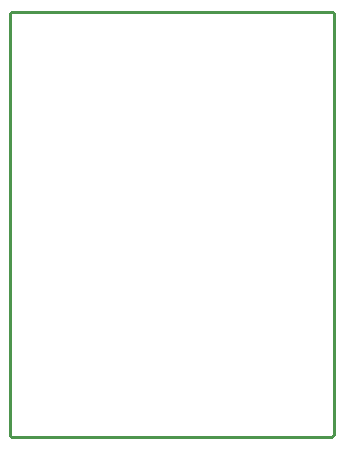
<source format=gbr>
G04 EAGLE Gerber RS-274X export*
G75*
%MOMM*%
%FSLAX34Y34*%
%LPD*%
%IN*%
%IPPOS*%
%AMOC8*
5,1,8,0,0,1.08239X$1,22.5*%
G01*
%ADD10C,0.254000*%


D10*
X0Y2540D02*
X10Y2319D01*
X39Y2099D01*
X87Y1883D01*
X153Y1671D01*
X238Y1467D01*
X340Y1270D01*
X459Y1083D01*
X594Y907D01*
X744Y744D01*
X907Y594D01*
X1083Y459D01*
X1270Y340D01*
X1467Y238D01*
X1671Y153D01*
X1883Y87D01*
X2099Y39D01*
X2319Y10D01*
X2540Y0D01*
X2540Y0D01*
X272222Y2D01*
X272497Y71D01*
X272766Y163D01*
X273025Y278D01*
X273273Y416D01*
X273508Y574D01*
X273729Y753D01*
X273933Y950D01*
X274119Y1164D01*
X274286Y1393D01*
X274432Y1636D01*
X274557Y1891D01*
X274658Y2156D01*
X274737Y2429D01*
X274762Y2542D01*
X274762Y357060D01*
X274752Y357281D01*
X274723Y357501D01*
X274675Y357717D01*
X274609Y357929D01*
X274524Y358133D01*
X274422Y358330D01*
X274303Y358517D01*
X274168Y358693D01*
X274018Y358856D01*
X273855Y359006D01*
X273679Y359141D01*
X273492Y359260D01*
X273295Y359362D01*
X273091Y359447D01*
X272879Y359513D01*
X272663Y359561D01*
X272443Y359590D01*
X272222Y359600D01*
X2540Y359600D01*
X2319Y359590D01*
X2099Y359561D01*
X1883Y359513D01*
X1671Y359447D01*
X1467Y359362D01*
X1270Y359260D01*
X1083Y359141D01*
X907Y359006D01*
X744Y358856D01*
X594Y358693D01*
X459Y358517D01*
X340Y358330D01*
X238Y358133D01*
X153Y357929D01*
X87Y357717D01*
X39Y357501D01*
X10Y357281D01*
X0Y357060D01*
X0Y2540D01*
M02*

</source>
